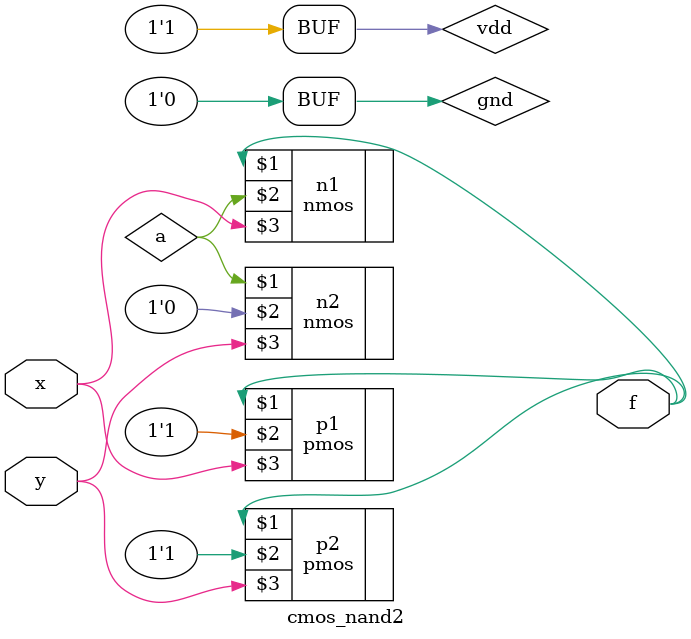
<source format=v>
module cmos_nand2 (f,x,y);
    input x,y;
    output f;
    supply1 vdd;
    supply0 gnd;
    wire a;
    

    pmos p1 (f,vdd,x);
    pmos p2 (f,vdd,y);
    nmos n1 (f,a,x);
    nmos n2 (a,gnd,y);
endmodule

</source>
